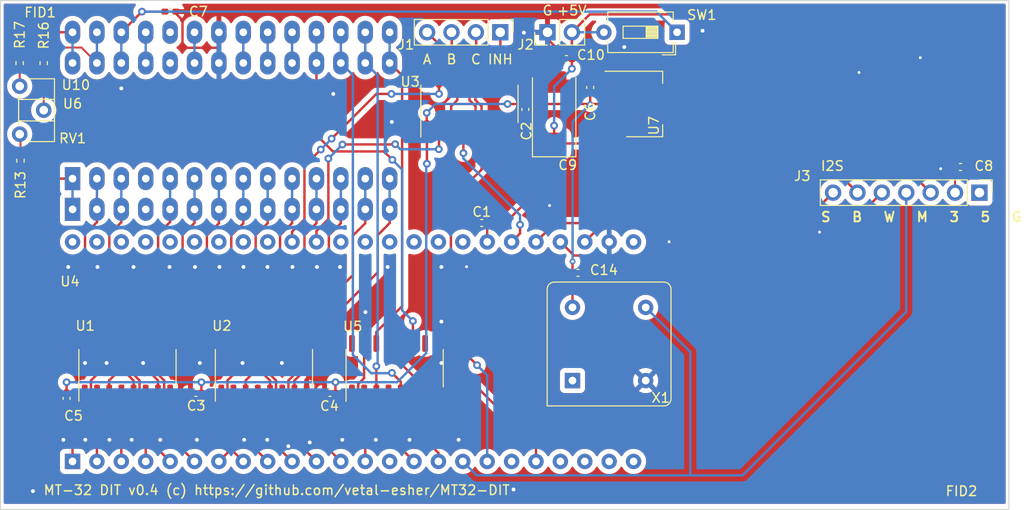
<source format=kicad_pcb>
(kicad_pcb (version 20240108) (generator "pcbnew") (generator_version "8.0")
  (layers (0 "F.Cu" signal) (31 "B.Cu" signal) (34 "B.Paste" user) (35 "F.Paste" user) (36 "B.SilkS" user "B.Silkscreen") (37 "F.SilkS" user "F.Silkscreen") (38 "B.Mask" user) (39 "F.Mask" user) (44 "Edge.Cuts" user))
  (net 0 "")
  (net 1 "GNDREF")
  (net 2 "+5V")
  (net 3 "D1")
  (net 4 "D2")
  (net 5 "D3")
  (net 6 "D4")
  (net 7 "D5")
  (net 8 "D6")
  (net 9 "D7")
  (net 10 "D8")
  (net 11 "D9")
  (net 12 "D10")
  (net 13 "D11")
  (net 14 "D12")
  (net 15 "D13")
  (net 16 "CLK_INH")
  (net 17 "D14")
  (net 18 "D15")
  (net 19 "MCLK")
  (net 20 "SDATA")
  (net 21 "CLK_C")
  (net 22 "CLK_B")
  (net 23 "CLK_A")
  (net 24 "P1")
  (net 25 "P2")
  (net 26 "P3")
  (net 27 "P4")
  (net 28 "P5")
  (net 29 "P6")
  (net 30 "P7")
  (net 31 "P8")
  (net 32 "P9")
  (net 33 "P10")
  (net 34 "P11")
  (net 35 "P12")
  (net 36 "P13")
  (net 37 "P14")
  (net 38 "P15")
  (net 39 "C_A")
  (net 40 "C_B")
  (net 41 "C_C")
  (net 42 "C_INH")
  (net 47 "/PCM1")
  (net 49 "/PCM19")
  (net 53 "DTR")
  (net 54 "D16")
  (net 60 "BCK")
  (net 61 "WCLK")
  (net 71 "TEST_INH")
  (net 72 "TEST_C")
  (net 73 "TEST_B")
  (net 74 "TEST_A")
  (net 75 "TEST_BCK")
  (net 76 "/PCM20")
  (net 77 "/PCM21")
  (net 78 "P16")
  (net 79 "/PCM23")
  (net 84 "/PCM25")
  (net 86 "/PCM27")
  (net 87 "/PCM28")
  (net 90 "+3V3")
  (net 91 "/PCM26")
  (net 92 "GND")
  (net 93 "Net-(R13-Pad2)")
  (net 94 "Net-(R16-Pad1)")
  (net 95 "Net-(R17-Pad1)")
  (footprint "Package_SO:SO-16_3.9x9.9mm_P1.27mm" (layer "F.Cu") (at 173.18 112.54 90)
    (property "Reference" "U2")
    (property "Value" "4050")
  )
  (footprint "Capacitor_SMD:C_0402_1005Metric_Pad0.74x0.62mm_HandSolder" (layer "F.Cu") (at 200.4 85.6 -90)
    (property "Reference" "C2")
    (property "Value" "0.1uF")
  )
  (footprint "Capacitor_SMD:C_0402_1005Metric_Pad0.74x0.62mm_HandSolder" (layer "F.Cu") (at 180.06 115.11 180)
    (property "Reference" "C4")
    (property "Value" "0.1uF")
  )
  (footprint "Capacitor_Tantalum_SMD:CP_EIA-7343-43_Kemet-X_Pad2.25x2.55mm_HandSolder" (layer "F.Cu") (at 203.4 85.94 90)
    (property "Reference" "C9")
    (property "Value" "22uF")
  )
  (footprint "Capacitor_SMD:C_0402_1005Metric_Pad0.74x0.62mm_HandSolder" (layer "F.Cu") (at 207.15 83.3 90)
    (property "Reference" "C6")
    (property "Value" "0.1uF")
  )
  (footprint "Resistor_SMD:R_0402_1005Metric_Pad0.72x0.64mm_HandSolder" (layer "F.Cu") (at 150.25 80.775 90)
    (property "Reference" "R16")
    (property "Value" "1M")
  )
  (footprint "Connector_PinHeader_2.54mm:PinHeader_1x04_P2.54mm_Vertical" (layer "F.Cu") (at 197.79 77.56 -90)
    (property "Reference" "J1")
    (property "Value" "DEMUX_IN")
  )
  (footprint "Button_Switch_THT:SW_DIP_SPSTx01_Slide_6.7x4.1mm_W7.62mm_P2.54mm_LowProfile" (layer "F.Cu") (at 216.2 77.56 180)
    (property "Reference" "SW1")
    (property "Value" "PWR")
  )
  (footprint "Resistor_SMD:R_0402_1005Metric_Pad0.72x0.64mm_HandSolder" (layer "F.Cu") (at 147.74 80.772 90)
    (property "Reference" "R17")
    (property "Value" "330K")
  )
  (footprint "pe65612nl:PCM54" (layer "F.Cu") (at 153.25 96 90)
    (property "Reference" "U6")
    (property "Value" "PCM54HP")
  )
  (footprint "pe65612nl:PCM54" (layer "F.Cu") (at 153.25 92.8 90)
    (property "Reference" "U10")
    (property "Value" "PCM54HP")
  )
  (footprint "Capacitor_SMD:C_0402_1005Metric_Pad0.74x0.62mm_HandSolder" (layer "F.Cu") (at 205.88 102.61 180)
    (property "Reference" "C14")
    (property "Value" "0.1uF")
  )
  (footprint "Capacitor_SMD:C_0402_1005Metric_Pad0.74x0.62mm_HandSolder" (layer "F.Cu") (at 195.86 97.42)
    (property "Reference" "C1")
    (property "Value" "0.1uF")
  )
  (footprint "Package_SO:SO-16_3.9x9.9mm_P1.27mm" (layer "F.Cu") (at 186.79 112.54 90)
    (property "Reference" "U5")
    (property "Value" "4050")
  )
  (footprint "Package_SO:SO-16_3.9x9.9mm_P1.27mm" (layer "F.Cu") (at 194.58 85.02 90)
    (property "Reference" "U3")
    (property "Value" "4050")
  )
  (footprint "Capacitor_SMD:C_0402_1005Metric_Pad0.74x0.62mm_HandSolder" (layer "F.Cu") (at 163.44 75.41)
    (property "Reference" "C7")
    (property "Value" "0.1uF")
  )
  (footprint "Fiducial:Fiducial_0.5mm_Mask1mm" (layer "F.Cu") (at 147.225 75.5)
    (property "Reference" "FID1")
    (property "Value" "Fiducial")
  )
  (footprint "Package_SO:SO-16_3.9x9.9mm_P1.27mm" (layer "F.Cu") (at 158.97 112.54 90)
    (property "Reference" "U1")
    (property "Value" "4050")
  )
  (footprint "Package_TO_SOT_SMD:SOT-223-3_TabPin2" (layer "F.Cu") (at 212.79 85.03)
    (property "Reference" "U7")
    (property "Value" "AP1117-33")
  )
  (footprint "Oscillator:Oscillator_DIP-8" (layer "F.Cu") (at 205.31 113.83)
    (property "Reference" "X1")
    (property "Value" "16.384MHz")
  )
  (footprint "Capacitor_SMD:C_0402_1005Metric_Pad0.74x0.62mm_HandSolder" (layer "F.Cu") (at 166.1 115.11 180)
    (property "Reference" "C3")
    (property "Value" "0.1uF")
  )
  (footprint "tangnano:DIP-48_W15.24mm_Socket" (layer "F.Cu") (at 153.25 122.25 90)
    (property "Reference" "U4")
    (property "Value" "Gowin9K")
  )
  (footprint "Potentiometer_THT:Potentiometer_Piher_PT-6-H_Horizontal" (layer "F.Cu") (at 147.75 83.1725)
    (property "Reference" "RV1")
    (property "Value" "100K")
  )
  (footprint "Connector_PinHeader_2.54mm:PinHeader_1x02_P2.54mm_Vertical" (layer "F.Cu") (at 202.705 77.56 90)
    (property "Reference" "J2")
    (property "Value" "PWR_IN")
  )
  (footprint "Capacitor_SMD:C_0402_1005Metric_Pad0.74x0.62mm_HandSolder" (layer "F.Cu") (at 245.72 91.59 180)
    (property "Reference" "C8")
    (property "Value" "0.1uF")
  )
  (footprint "Resistor_SMD:R_0402_1005Metric_Pad0.72x0.64mm_HandSolder" (layer "F.Cu") (at 147.828 90.932 90)
    (property "Reference" "R13")
    (property "Value" "560K")
  )
  (footprint "Capacitor_SMD:C_0402_1005Metric_Pad0.74x0.62mm_HandSolder" (layer "F.Cu") (at 152.63 115.68 -90)
    (property "Reference" "C5")
    (property "Value" "0.1uF")
  )
  (footprint "Capacitor_SMD:C_0402_1005Metric_Pad0.74x0.62mm_HandSolder" (layer "F.Cu") (at 204.68 80.35 180)
    (property "Reference" "C10")
    (property "Value" "0.1uF")
  )
  (footprint "Connector_PinHeader_2.54mm:PinHeader_1x07_P2.54mm_Vertical" (layer "F.Cu") (at 247.685 94.26 -90)
    (property "Reference" "J3")
    (property "Value" "I2S_CONN")
  )
  (footprint "Fiducial:Fiducial_0.5mm_Mask1mm" (layer "F.Cu") (at 248.66 125.22)
    (property "Reference" "FID2")
    (property "Value" "Fiducial")
  )
  (gr_rect (start 145.75 74.25) (end 250.75 127.25) (stroke (width 0.1)) (fill none) (layer "Edge.Cuts"))
  (gr_text "+5V" (at 205.245 75.3 0) (layer "F.SilkS") (effects (font (size 1 1))))
  (gr_text "C" (at 195.25 80.38 0) (layer "F.SilkS") (effects (font (size 1 1))))
  (gr_text "S   B   W   M   3   5   G" (at 231.08 97.38 0) (layer "F.SilkS") (effects (font (size 1 1) (thickness 0.2) (bold yes)) (justify left bottom)))
  (gr_text "MT-32 DIT v0.4 (c) https://github.com/vetal-esher/MT32-DIT" (at 174.51 125.24 0) (layer "F.SilkS") (effects (font (size 1 1))))
  (gr_text "A" (at 190.17 80.38 0) (layer "F.SilkS") (effects (font (size 1 1))))
  (gr_text "INH" (at 197.79 80.38 0) (layer "F.SilkS") (effects (font (size 1 1))))
  (gr_text "G" (at 202.705 75.3 0) (layer "F.SilkS") (effects (font (size 1 1))))
  (gr_text "I2S" (at 232.37 91.48 0) (layer "F.SilkS") (effects (font (size 1 1))))
  (gr_text "B" (at 192.71 80.38 0) (layer "F.SilkS") (effects (font (size 1 1))))
  (segment (start 164.7 76.3) (end 164.7 78.7) (width 0.25) (layer "F.Cu") (net 1))
  (segment (start 164.0075 75.6075) (end 164.7 76.3) (width 0.25) (layer "F.Cu") (net 1))
  (segment (start 202.705 77.56) (end 202.705 78.255) (width 0.25) (layer "F.Cu") (net 1))
  (segment (start 179.4875 115.115) (end 179.4925 115.11) (width 0.25) (layer "F.Cu") (net 1))
  (segment (start 209.6375 82.7325) (end 209.64 82.73) (width 0.25) (layer "F.Cu") (net 1))
  (segment (start 177.625 115.115) (end 179.4875 115.115) (width 0.25) (layer "F.Cu") (net 1))
  (segment (start 202.705 78.255) (end 204.125 79.675) (width 0.25) (layer "F.Cu") (net 1))
  (segment (start 204.125 80.3375) (end 204.1125 80.35) (width 0.25) (layer "F.Cu") (net 1))
  (segment (start 163.345 115.115) (end 165.5275 115.115) (width 0.25) (layer "F.Cu") (net 1))
  (segment (start 204.1125 80.8125) (end 203.4 81.525) (width 0.25) (layer "F.Cu") (net 1))
  (segment (start 164.0075 75.41) (end 164.0075 75.6075) (width 0.25) (layer "F.Cu") (net 1))
  (segment (start 164.7 78.7) (end 165.175 79.175) (width 0.25) (layer "F.Cu") (net 1))
  (segment (start 203.4 82.74) (end 207.1425 82.74) (width 0.25) (layer "F.Cu") (net 1))
  (segment (start 203.4 81.525) (end 203.4 82.74) (width 0.25) (layer "F.Cu") (net 1))
  (segment (start 204.125 79.675) (end 204.125 80.3375) (width 0.25) (layer "F.Cu") (net 1))
  (segment (start 165.175 79.175) (end 168.375 79.175) (width 0.25) (layer "F.Cu") (net 1))
  (segment (start 207.15 82.7325) (end 209.6375 82.7325) (width 0.25) (layer "F.Cu") (net 1))
  (segment (start 165.5275 115.115) (end 165.5325 115.11) (width 0.25) (layer "F.Cu") (net 1))
  (segment (start 204.1125 80.35) (end 204.1125 80.8125) (width 0.25) (layer "F.Cu") (net 1))
  (segment (start 168.49 79.06) (end 168.49 77.56) (width 0.25) (layer "F.Cu") (net 1))
  (segment (start 207.1425 82.74) (end 207.15 82.7325) (width 0.25) (layer "F.Cu") (net 1))
  (segment (start 168.375 79.175) (end 168.49 79.06) (width 0.25) (layer "F.Cu") (net 1))
  (via (at 159.4 120) (size 0.8) (drill 0.4) (layers "F.Cu" "B.Cu") (net 1))
  (via (at 166.2 120) (size 0.8) (drill 0.4) (layers "F.Cu" "B.Cu") (net 1))
  (via (at 218.85 77.4) (size 0.8) (drill 0.4) (layers "F.Cu" "B.Cu") (net 1))
  (via (at 173.52 120) (size 0.8) (drill 0.4) (layers "F.Cu" "B.Cu") (net 1))
  (via (at 158.33 83.4) (size 0.8) (drill 0.4) (layers "F.Cu" "B.Cu") (net 1))
  (via (at 152.8 102) (size 0.8) (drill 0.4) (layers "F.Cu" "B.Cu") (net 1))
  (via (at 178.7 102) (size 0.8) (drill 0.4) (layers "F.Cu" "B.Cu") (net 1))
  (via (at 155.85 102) (size 0.8) (drill 0.4) (layers "F.Cu" "B.Cu") (net 1))
  (via (at 180.4 83.98) (size 0.8) (drill 0.4) (layers "F.Cu" "B.Cu") (net 1))
  (via (at 193.45 120) (size 0.8) (drill 0.4) (layers "F.Cu" "B.Cu") (net 1))
  (via (at 215.37 99.375) (size 0.6) (drill 0.3) (layers "F.Cu" "B.Cu") (net 1))
  (via (at 168.55 102) (size 0.8) (drill 0.4) (layers "F.Cu" "B.Cu") (net 1))
  (via (at 181.1 102) (size 0.8) (drill 0.4) (layers "F.Cu" "B.Cu") (net 1))
  (via (at 188.34 120) (size 0.8) (drill 0.4) (layers "F.Cu" "B.Cu") (net 1))
  (via (at 175.05 112) (size 0.8) (drill 0.4) (layers "F.Cu" "B.Cu") (net 1))
  (via (at 191.66 102) (size 0.8) (drill 0.4) (layers "F.Cu" "B.Cu") (net 1))
  (via (at 241.53 80.21) (size 0.6) (drill 0.3) (layers "F.Cu" "B.Cu") (net 1))
  (via (at 152.3 120) (size 0.8) (drill 0.4) (layers "F.Cu" "B.Cu") (net 1))
  (via (at 156.8 112) (size 0.8) (drill 0.4) (layers "F.Cu" "B.Cu") (net 1))
  (via (at 231.04 98.37) (size 0.6) (drill 0.3) (layers "F.Cu" "B.Cu") (net 1))
  (via (at 154.55 112) (size 0.8) (drill 0.4) (layers "F.Cu" "B.Cu") (net 1))
  (via (at 191.66 107.69) (size 0.8) (drill 0.4) (layers "F.Cu" "B.Cu") (net 1))
  (via (at 176.15 102) (size 0.8) (drill 0.4) (layers "F.Cu" "B.Cu") (net 1))
  (via (at 210.7 79.1) (size 0.8) (drill 0.4) (layers "F.Cu" "B.Cu") (net 1))
  (via (at 186.5 86.9) (size 0.8) (drill 0.4) (layers "F.Cu" "B.Cu") (net 1))
  (via (at 162.38 120) (size 0.8) (drill 0.4) (layers "F.Cu" "B.Cu") (net 1))
  (via (at 194.28 101.97) (size 0.6) (drill 0.3) (layers "F.Cu" "B.Cu") (net 1))
  (via (at 199.17 125.17) (size 0.8) (drill 0.4) (layers "F.Cu" "B.Cu") (net 1))
  (via (at 160.6 112) (size 0.8) (drill 0.4) (layers "F.Cu" "B.Cu") (net 1))
  (via (at 181.34 120) (size 0.8) (drill 0.4) (layers "F.Cu" "B.Cu") (net 1))
  (via (at 202.92 95.6) (size 0.6) (drill 0.3) (layers "F.Cu" "B.Cu") (net 1))
  (via (at 159.6 102) (size 0.8) (drill 0.4) (layers "F.Cu" "B.Cu") (net 1))
  (via (at 157.09 120) (size 0.8) (drill 0.4) (layers "F.Cu" "B.Cu") (net 1))
  (via (at 154.58 120) (size 0.8) (drill 0.4) (layers "F.Cu" "B.Cu") (net 1))
  (via (at 235.15 81.75) (size 0.6) (drill 0.3) (layers "F.Cu" "B.Cu") (net 1))
  (via (at 191.66 112) (size 0.8) (drill 0.4) (layers "F.Cu" "B.Cu") (net 1))
  (via (at 173.55 102) (size 0.8) (drill 0.4) (layers "F.Cu" "B.Cu") (net 1))
  (via (at 166 102) (size 0.8) (drill 0.4) (layers "F.Cu" "B.Cu") (net 1))
  (via (at 170.95 112) (size 0.8) (drill 0.4) (layers "F.Cu" "B.Cu") (net 1))
  (via (at 166.5 112) (size 0.8) (drill 0.4) (layers "F.Cu" "B.Cu") (net 1))
  (via (at 171.05 102) (size 0.8) (drill 0.4) (layers "F.Cu" "B.Cu") (net 1))
  (via (at 177.95 120.27) (size 0.8) (drill 0.4) (layers "F.Cu" "B.Cu") (net 1))
  (via (at 163.35 102) (size 0.8) (drill 0.4) (layers "F.Cu" "B.Cu") (net 1))
  (via (at 175.72 120.66) (size 0.8) (drill 0.4) (layers "F.Cu" "B.Cu") (net 1))
  (via (at 186.06 102) (size 0.8) (drill 0.4) (layers "F.Cu" "B.Cu") (net 1))
  (via (at 183.75 106.7) (size 0.8) (drill 0.4) (layers "F.Cu" "B.Cu") (net 1))
  (via (at 171.12 120) (size 0.8) (drill 0.4) (layers "F.Cu" "B.Cu") (net 1))
  (via (at 243.65 91.77) (size 0.6) (drill 0.3) (layers "F.Cu" "B.Cu") (net 1))
  (via (at 200.25 77.6) (size 0.8) (drill 0.4) (layers "F.Cu" "B.Cu") (net 1))
  (via (at 184.83 120) (size 0.8) (drill 0.4) (layers "F.Cu" "B.Cu") (net 1))
  (via (at 149.13 125.34) (size 0.8) (drill 0.4) (layers "F.Cu" "B.Cu") (net 1))
  (segment (start 168.49 77.56) (end 168.49 80.76) (width 0.25) (layer "B.Cu") (net 1))
  (segment (start 206.369511 76.435489) (end 206.369511 76.430489) (width 0.25) (layer "F.Cu") (net 2))
  (segment (start 207.895 87.33) (end 209.64 87.33) (width 0.25) (layer "F.Cu") (net 2))
  (segment (start 205.2475 81.3575) (end 205.25 81.36) (width 0.25) (layer "F.Cu") (net 2))
  (segment (start 198.3 97.42) (end 203.4 92.32) (width 0.25) (layer "F.Cu") (net 2))
  (segment (start 238.48 75.7) (end 245.1525 82.3725) (width 0.25) (layer "F.Cu") (net 2))
  (segment (start 245.1525 91.59) (end 245.145 91.5975) (width 0.2) (layer "F.Cu") (net 2))
  (segment (start 206.085 89.14) (end 207.895 87.33) (width 0.25) (layer "F.Cu") (net 2))
  (segment (start 207.1 75.7) (end 238.48 75.7) (width 0.25) (layer "F.Cu") (net 2))
  (segment (start 245.145 91.5975) (end 245.145 94.26) (width 0.2) (layer "F.Cu") (net 2))
  (segment (start 196.4275 97.42) (end 196.4275 99.3875) (width 0.25) (layer "F.Cu") (net 2))
  (segment (start 206.369511 76.430489) (end 207.1 75.7) (width 0.25) (layer "F.Cu") (net 2))
  (segment (start 205.245 77.56) (end 205.245 80.3475) (width 0.25) (layer "F.Cu") (net 2))
  (segment (start 196.4275 99.3875) (end 196.43 99.39) (width 0.25) (layer "F.Cu") (net 2))
  (segment (start 205.2475 80.35) (end 205.2475 81.3575) (width 0.25) (layer "F.Cu") (net 2))
  (segment (start 245.1525 82.3725) (end 245.1525 91.59) (width 0.25) (layer "F.Cu") (net 2))
  (segment (start 205.245 80.3475) (end 205.2475 80.35) (width 0.25) (layer "F.Cu") (net 2))
  (segment (start 203.4 87.28) (end 203.4 89.14) (width 0.25) (layer "F.Cu") (net 2))
  (segment (start 196.4275 97.42) (end 198.3 97.42) (width 0.25) (layer "F.Cu") (net 2))
  (segment (start 203.4 92.32) (end 203.4 89.14) (width 0.25) (layer "F.Cu") (net 2))
  (segment (start 205.245 77.56) (end 206.369511 76.435489) (width 0.25) (layer "F.Cu") (net 2))
  (segment (start 203.4 89.14) (end 206.085 89.14) (width 0.25) (layer "F.Cu") (net 2))
  (via (at 205.25 81.36) (size 0.8) (drill 0.4) (layers "F.Cu" "B.Cu") (net 2))
  (via (at 203.4 87.28) (size 0.8) (drill 0.4) (layers "F.Cu" "B.Cu") (net 2))
  (segment (start 203.4 83.21) (end 203.4 87.28) (width 0.25) (layer "B.Cu") (net 2))
  (segment (start 205.25 81.36) (end 203.4 83.21) (width 0.25) (layer "B.Cu") (net 2))
  (segment (start 205.245 77.56) (end 208.58 77.56) (width 0.25) (layer "B.Cu") (net 2))
  (segment (start 155.17 113.82) (end 155.17 117.31) (width 0.25) (layer "F.Cu") (net 3))
  (segment (start 153.25 119.23) (end 153.25 122.25) (width 0.25) (layer "F.Cu") (net 3))
  (segment (start 155.795 113.195) (end 155.17 113.82) (width 0.25) (layer "F.Cu") (net 3))
  (segment (start 155.17 117.31) (end 153.25 119.23) (width 0.25) (layer "F.Cu") (net 3))
  (segment (start 155.795 109.965) (end 155.795 113.195) (width 0.25) (layer "F.Cu") (net 3))
  (segment (start 155.795 115.115) (end 155.79 115.12) (width 0.25) (layer "F.Cu") (net 4))
  (segment (start 155.79 115.12) (end 155.79 122.25) (width 0.25) (layer "F.Cu") (net 4))
  (segment (start 158.33 115.12) (end 158.33 122.25) (width 0.25) (layer "F.Cu") (net 5))
  (segment (start 158.335 115.115) (end 158.33 115.12) (width 0.25) (layer "F.Cu") (net 5))
  (segment (start 159.61 109.97) (end 159.61 113.2) (width 0.25) (layer "F.Cu") (net 6))
  (segment (start 160.23 113.82) (end 160.23 119.72) (width 0.25) (layer "F.Cu") (net 6))
  (segment (start 160.87 120.36) (end 160.87 122.25) (width 0.25) (layer "F.Cu") (net 6))
  (segment (start 159.605 109.965) (end 159.61 109.97) (width 0.25) (layer "F.Cu") (net 6))
  (segment (start 159.61 113.2) (end 160.23 113.82) (width 0.25) (layer "F.Cu") (net 6))
  (segment (start 160.23 119.72) (end 160.87 120.36) (width 0.25) (layer "F.Cu") (net 6))
  (segment (start 160.875 119.715) (end 163.41 122.25) (width 0.25) (layer "F.Cu") (net 7))
  (segment (start 160.875 115.115) (end 160.875 119.715) (width 0.25) (layer "F.Cu") (net 7))
  (segment (start 162.145 109.965) (end 162.145 113.175) (width 0.25) (layer "F.Cu") (net 8))
  (segment (start 162.145 113.175) (end 162.79 113.82) (width 0.25) (layer "F.Cu") (net 8))
  (segment (start 162.79 119.09) (end 165.95 122.25) (width 0.25) (layer "F.Cu") (net 8))
  (segment (start 162.79 113.82) (end 162.79 119.09) (width 0.25) (layer "F.Cu") (net 8))
  (segment (start 170.005 109.965) (end 170 109.97) (width 0.25) (layer "F.Cu") (net 9))
  (segment (start 170 113.2) (end 169.38 113.82) (width 0.25) (layer "F.Cu") (net 9))
  (segment (start 169.38 113.82) (end 169.38 121.36) (width 0.25) (layer "F.Cu") (net 9))
  (segment (start 169.38 121.36) (end 168.49 122.25) (width 0.25) (layer "F.Cu") (net 9))
  (segment (start 170 109.97) (end 170 113.2) (width 0.25) (layer "F.Cu") (net 9))
  (segment (start 170.005 115.115) (end 170.005 121.225) (width 0.25) (layer "F.Cu") (net 10))
  (segment (start 170.005 121.225) (end 171.03 122.25) (width 0.25) (layer "F.Cu") (net 10))
  (segment (start 172.545 121.225) (end 173.57 122.25) (width 0.25) (layer "F.Cu") (net 11))
  (segment (start 172.545 115.115) (end 172.545 121.225) (width 0.25) (layer "F.Cu") (net 11))
  (segment (start 173.84 109.99) (end 173.84 113.22) (width 0.25) (layer "F.Cu") (net 12))
  (segment (start 174.44 120.58) (end 176.11 122.25) (width 0.25) (layer "F.Cu") (net 12))
  (segment (start 174.44 113.82) (end 174.44 120.58) (width 0.25) (layer "F.Cu") (net 12))
  (segment (start 173.815 109.965) (end 173.84 109.99) (width 0.25) (layer "F.Cu") (net 12))
  (segment (start 173.84 113.22) (end 174.44 113.82) (width 0.25) (layer "F.Cu") (net 12))
  (segment (start 175.085 118.685) (end 178.65 122.25) (width 0.25) (layer "F.Cu") (net 13))
  (segment (start 175.085 115.115) (end 175.085 118.685) (width 0.25) (layer "F.Cu") (net 13))
  (segment (start 175.73 113.82) (end 175.73 116.79) (width 0.25) (layer "F.Cu") (net 14))
  (segment (start 176.35 109.97) (end 176.35 113.2) (width 0.25) (layer "F.Cu") (net 14))
  (segment (start 176.355 109.965) (end 176.35 109.97) (width 0.25) (layer "F.Cu") (net 14))
  (segment (start 176.35 113.2) (end 175.73 113.82) (width 0.25) (layer "F.Cu") (net 14))
  (segment (start 175.73 116.79) (end 181.19 122.25) (width 0.25) (layer "F.Cu") (net 14))
  (segment (start 183.61 109.97) (end 183.615 109.965) (width 0.25) (layer "F.Cu") (net 15))
  (segment (start 183.61 113.573249) (end 183.61 109.97) (width 0.25) (layer "F.Cu") (net 15))
  (segment (start 182.99 117.08) (end 182.99 114.193249) (width 0.25) (layer "F.Cu") (net 15))
  (segment (start 182.99 114.193249) (end 183.61 113.573249) (width 0.25) (layer "F.Cu") (net 15))
  (segment (start 183.73 122.25) (end 183.73 117.82) (width 0.25) (layer "F.Cu") (net 15))
  (segment (start 183.73 117.82) (end 182.99 117.08) (width 0.25) (layer "F.Cu") (net 15))
  (segment (start 192.65 95.05) (end 195.84 91.86) (width 0.25) (layer "F.Cu") (net 16))
  (segment (start 195.2 82.46) (end 195.215 82.445) (width 0.25) (layer "F.Cu") (net 16))
  (segment (start 195.2 84.613604) (end 195.2 82.46) (width 0.25) (layer "F.Cu") (net 16))
  (segment (start 195.84 85.253604) (end 195.2 84.613604) (width 0.25) (layer "F.Cu") (net 16))
  (segment (start 195.84 91.86) (end 195.84 85.253604) (width 0.25) (layer "F.Cu") (net 16))
  (segment (start 195.375 112.225) (end 192.65 109.5) (width 0.25) (layer "F.Cu") (net 16))
  (segment (start 192.65 109.5) (end 192.65 95.05) (width 0.25) (layer "F.Cu") (net 16))
  (via (at 195.375 112.225) (size 0.8) (drill 0.4) (layers "F.Cu" "B.Cu") (net 16))
  (segment (start 195.375 112.225) (end 196.43 113.28) (width 0.25) (layer "B.Cu") (net 16))
  (segment (start 196.43 113.28) (end 196.43 122.25) (width 0.25) (layer "B.Cu") (net 16))
  (segment (start 188.81 122.25) (end 183.615 117.055) (width 0.25) (layer "F.Cu") (net 17))
  (segment (start 183.615 117.055) (end 183.615 115.115) (width 0.25) (layer "F.Cu") (net 17))
  (segment (start 191.35 121.36) (end 186.155 116.165) (width 0.25) (layer "F.Cu") (net 18))
  (segment (start 186.155 116.165) (end 186.155 115.115) (width 0.25) (layer "F.Cu") (net 18))
  (segment (start 191.35 122.25) (end 191.35 121.36) (width 0.25) (layer "F.Cu") (net 18))
  (segment (start 195.34 123.7) (end 217.58 123.7) (width 0.25) (layer "B.Cu") (net 19))
  (segment (start 193.89 122.25) (end 195.34 123.7) (width 0.25) (layer "B.Cu") (net 19))
  (segment (start 240.065 106.665) (end 240.065 94.26) (width 0.25) (layer "B.Cu") (net 19))
  (segment (start 212.93 106.21) (end 217.58 110.86) (width 0.25) (layer "B.Cu") (net 19))
  (segment (start 217.58 123.7) (end 223.03 123.7) (width 0.25) (layer "B.Cu") (net 19))
  (segment (start 217.58 110.86) (end 217.58 123.7) (width 0.25) (layer "B.Cu") (net 19))
  (segment (start 223.03 123.7) (end 240.065 106.665) (width 0.25) (layer "B.Cu") (net 19))
  (segment (start 228.755 97.95) (end 232.445 94.26) (width 0.25) (layer "F.Cu") (net 20))
  (segment (start 208.03 97.95) (end 206.59 99.39) (width 0.25) (layer "F.Cu") (net 20))
  (segment (start 208.03 97.95) (end 228.755 97.95) (width 0.25) (layer "F.Cu") (net 20))
  (segment (start 193.95 87.6) (end 193.945 87.595) (width 0.25) (layer "F.Cu") (net 21))
  (segment (start 193.95 90.15) (end 193.95 87.6) (width 0.25) (layer "F.Cu") (net 21))
  (segment (start 199.85 98.51) (end 198.97 99.39) (width 0.25) (layer "F.Cu") (net 21))
  (segment (start 199.85 97.6) (end 199.85 98.51) (width 0.25) (layer "F.Cu") (net 21))
  (via (at 199.85 97.6) (size 0.8) (drill 0.4) (layers "F.Cu" "B.Cu") (net 21))
  (via (at 193.95 90.15) (size 0.8) (drill 0.4) (layers "F.Cu" "B.Cu") (net 21))
  (segment (start 199.85 96.6) (end 193.95 90.7) (width 0.25) (layer "B.Cu") (net 21))
  (segment (start 199.85 97.6) (end 199.85 96.6) (width 0.25) (layer "B.Cu") (net 21))
  (segment (start 193.95 90.7) (end 193.95 90.15) (width 0.25) (layer "B.Cu") (net 21))
  (segment (start 191.41 89.72) (end 191.41 87.6) (width 0.25) (layer "F.Cu") (net 22))
  (segment (start 178.65 98.25863) (end 179.89 97.01863) (width 0.25) (layer "F.Cu") (net 22))
  (segment (start 186.8455 89.21) (end 186.8155 89.24) (width 0.25) (layer "F.Cu") (net 22))
  (segment (start 181.36 89.24) (end 181.355 89.245) (width 0.25) (layer "F.Cu") (net 22))
  (segment (start 186.8155 89.24) (end 181.36 89.24) (width 0.25) (layer "F.Cu") (net 22))
  (segment (start 178.65 99.39) (end 178.65 98.25863) (width 0.25) (layer "F.Cu") (net 22))
  (segment (start 191.39 89.74) (end 191.41 89.72) (width 0.25) (layer "F.Cu") (net 22))
  (segment (start 179.89 97.01863) (end 179.89 90.71) (width 0.25) (layer "F.Cu") (net 22))
  (segment (start 191.41 87.6) (end 191.405 87.595) (width 0.25) (layer "F.Cu") (net 22))
  (via (at 186.8455 89.21) (size 0.8) (drill 0.4) (layers "F.Cu" "B.Cu") (net 22))
  (via (at 179.89 90.71) (size 0.8) (drill 0.4) (layers "F.Cu" "B.Cu") (net 22))
  (via (at 191.39 89.74) (size 0.8) (drill 0.4) (layers "F.Cu" "B.Cu") (net 22))
  (via (at 181.355 89.245) (size 0.8) (drill 0.4) (layers "F.Cu" "B.Cu") (net 22))
  (segment (start 187.3755 89.74) (end 186.8455 89.21) (width 0.25) (layer "B.Cu") (net 22))
  (segment (start 179.89 90.71) (end 181.355 89.245) (width 0.25) (layer "B.Cu") (net 22))
  (segment (start 191.39 89.74) (end 187.3755 89.74) (width 0.25) (layer "B.Cu") (net 22))
  (segment (start 184.89 83.98) (end 186.46 83.98) (width 0.25) (layer "F.Cu") (net 23))
  (segment (start 176.11 98.33) (end 176.11 99.39) (width 0.25) (layer "F.Cu") (net 23))
  (segment (start 191.41 82.45) (end 191.405 82.445) (width 0.25) (layer "F.Cu") (net 23))
  (segment (start 177.4 91.47) (end 177.4 97.04) (width 0.25) (layer "F.Cu") (net 23))
  (segment (start 177.4 97.04) (end 176.11 98.33) (width 0.25) (layer "F.Cu") (net 23))
  (segment (start 191.41 83.98) (end 191.41 82.45) (width 0.25) (layer "F.Cu") (net 23))
  (segment (start 179.1 89.77) (end 177.4 91.47) (width 0.25) (layer "F.Cu") (net 23))
  (segment (start 180.23 88.64) (end 184.89 83.98) (width 0.25) (layer "F.Cu") (net 23))
  (via (at 180.23 88.64) (size 0.8) (drill 0.4) (layers "F.Cu" "B.Cu") (net 23))
  (via (at 186.46 83.98) (size 0.8) (drill 0.4) (layers "F.Cu" "B.Cu") (net 23))
  (via (at 191.41 83.98) (size 0.8) (drill 0.4) (layers "F.Cu" "B.Cu") (net 23))
  (via (at 179.1 89.77) (size 0.8) (drill 0.4) (layers "F.Cu" "B.Cu") (net 23))
  (segment (start 180.23 88.64) (end 179.1 89.77) (width 0.25) (layer "B.Cu") (net 23))
  (segment (start 186.46 83.98) (end 191.41 83.98) (width 0.25) (layer "B.Cu") (net 23))
  (segment (start 155.79 96) (end 155.79 97.34) (width 0.25) (layer "F.Cu") (net 24))
  (segment (start 154.55 105.64) (end 157.065 108.155) (width 0.25) (layer "F.Cu") (net 24))
  (segment (start 157.065 108.155) (end 157.065 109.965) (width 0.25) (layer "F.Cu") (net 24))
  (segment (start 154.55 98.58) (end 154.55 105.64) (width 0.25) (layer "F.Cu") (net 24))
  (segment (start 155.79 97.34) (end 154.55 98.58) (width 0.25) (layer "F.Cu") (net 24))
  (segment (start 155.79 92.8) (end 155.79 96) (width 0.25) (layer "B.Cu") (net 24))
  (segment (start 157.065 113.815) (end 157.065 115.115) (width 0.25) (layer "F.Cu") (net 25))
  (segment (start 157.08 107.533604) (end 157.69 108.143604) (width 0.25) (layer "F.Cu") (net 25))
  (segment (start 157.08 98.59) (end 157.08 107.533604) (width 0.25) (layer "F.Cu") (net 25))
  (segment (start 158.33 96) (end 158.33 97.34) (width 0.25) (layer "F.Cu") (net 25))
  (segment (start 157.69 108.143604) (end 157.69 113.19) (width 0.25) (layer "F.Cu") (net 25))
  (segment (start 157.69 113.19) (end 157.065 113.815) (width 0.25) (layer "F.Cu") (net 25))
  (segment (start 158.33 97.34) (end 157.08 98.59) (width 0.25) (layer "F.Cu") (net 25))
  (segment (start 158.33 92.8) (end 158.33 96) (width 0.25) (layer "B.Cu") (net 25))
  (segment (start 158.96 113.186396) (end 159.605 113.831396) (width 0.25) (layer "F.Cu") (net 26))
  (segment (start 162.16 98.56) (end 162.16 105.863249) (width 0.25) (layer "F.Cu") (net 26))
  (segment (start 162.16 105.863249) (end 158.96 109.063249) (width 0.25) (layer "F.Cu") (net 26))
  (segment (start 163.41 96) (end 163.41 97.31) (width 0.25) (layer "F.Cu") (net 26))
  (segment (start 163.41 97.31) (end 162.16 98.56) (width 0.25) (layer "F.Cu") (net 26))
  (segment (start 159.605 113.831396) (end 159.605 115.115) (width 0.25) (layer "F.Cu") (net 26))
  (segment (start 158.96 109.063249) (end 158.96 113.186396) (width 0.25) (layer "F.Cu") (net 26))
  (segment (start 163.41 92.8) (end 163.41 96) (width 0.25) (layer "B.Cu") (net 26))
  (segment (start 164.71 98.65) (end 164.71 105.13) (width 0.25) (layer "F.Cu") (net 27))
  (segment (start 164.71 105.13) (end 160.875 108.965) (width 0.25) (layer "F.Cu") (net 27))
  (segment (start 165.95 96) (end 165.95 97.41) (width 0.25) (layer "F.Cu") (net 27))
  (segment (start 165.95 97.41) (end 164.71 98.65) (width 0.25) (layer "F.Cu") (net 27))
  (segment (start 160.875 108.965) (end 160.875 109.965) (width 0.25) (layer "F.Cu") (net 27))
  (segment (start 165.95 92.8) (end 165.95 96) (width 0.25) (layer "B.Cu") (net 27))
  (segment (start 162.145 113.815) (end 162.145 115.115) (width 0.25) (layer "F.Cu") (net 28))
  (segment (start 167.24 103.32) (end 161.5 109.06) (width 0.25) (layer "F.Cu") (net 28))
  (segment (start 168.49 97.45) (end 167.24 98.7) (width 0.25) (layer "F.Cu") (net 28))
  (segment (start 161.5 113.17) (end 162.145 113.815) (width 0.25) (layer "F.Cu") (net 28))
  (segment (start 168.49 96) (end 168.49 97.45) (width 0.25) (layer "F.Cu") (net 28))
  (segment (start 167.24 98.7) (end 167.24 103.32) (width 0.25) (layer "F.Cu") (net 28))
  (segment (start 161.5 109.06) (end 161.5 113.17) (width 0.25) (layer "F.Cu") (net 28))
  (segment (start 168.49 92.8) (end 168.49 96) (width 0.25) (layer "B.Cu") (net 28))
  (segment (start 171.03 96) (end 171.03 97.46) (width 0.25) (layer "F.Cu") (net 29))
  (segment (start 171.03 97.46) (end 169.78 98.71) (width 0.25) (layer "F.Cu") (net 29))
  (segment (start 169.78 98.71) (end 169.78 103.6) (width 0.25) (layer "F.Cu") (net 29))
  (segment (start 169.78 103.6) (end 163.415 109.965) (width 0.25) (layer "F.Cu") (net 29))
  (segment (start 171.03 92.8) (end 171.03 96) (width 0.25) (layer "B.Cu") (net 29))
  (segment (start 172.32 98.69) (end 172.32 107.4) (width 0.25) (layer "F.Cu") (net 30))
  (segment (start 173.57 96) (end 173.57 97.44) (width 0.25) (layer "F.Cu") (net 30))
  (segment (start 173.57 97.44) (end 172.32 98.69) (width 0.25) (layer "F.Cu") (net 30))
  (segment (start 172.32 107.4) (end 171.275 108.445) (width 0.25) (layer "F.Cu") (net 30))
  (segment (start 171.275 108.445) (end 171.275 109.965) (width 0.25) (layer "F.Cu") (net 30))
  (segment (start 173.57 92.8) (end 173.57 96) (width 0.25) (layer "B.Cu") (net 30))
  (segment (start 174.86 105.496396) (end 171.9 108.456396) (width 0.25) (layer "F.Cu") (net 31))
  (segment (start 171.275 113.815) (end 171.275 115.115) (width 0.25) (layer "F.Cu") (net 31))
  (segment (start 176.11 97.44) (end 174.86 98.69) (width 0.25) (layer "F.Cu") (net 31))
  (segment (start 171.9 113.19) (end 171.275 113.815) (width 0.25) (layer "F.Cu") (net 31))
  (segment (start 171.9 108.456396) (end 171.9 113.19) (width 0.25) (layer "F.Cu") (net 31))
  (segment (start 176.11 96) (end 176.11 97.44) (width 0.25) (layer "F.Cu") (net 31))
  (segment (start 174.86 98.69) (end 174.86 105.496396) (width 0.25) (layer "F.Cu") (net 31))
  (segment (start 176.11 92.8) (end 176.11 96) (width 0.25) (layer "B.Cu") (net 31))
  (segment (start 173.19 109.03) (end 173.19 113.206396) (width 0.25) (layer "F.Cu") (net 32))
  (segment (start 178.65 96) (end 178.65 97.44) (width 0.25) (layer "F.Cu") (net 32))
  (segment (start 173.815 113.831396) (end 173.815 115.115) (width 0.25) (layer "F.Cu") (net 32))
  (segment (start 173.19 113.206396) (end 173.815 113.831396) (width 0.25) (layer "F.Cu") (net 32))
  (segment (start 177.4 98.69) (end 177.4 104.82) (width 0.25) (layer "F.Cu") (net 32))
  (segment (start 178.65 97.44) (end 177.4 98.69) (width 0.25) (layer "F.Cu") (net 32))
  (segment (start 177.4 104.82) (end 173.19 109.03) (width 0.25) (layer "F.Cu") (net 32))
  (segment (start 178.65 92.8) (end 178.65 96) (width 0.25) (layer "B.Cu") (net 32))
  (segment (start 179.94 104.16) (end 175.085 109.015) (width 0.25) (layer "F.Cu") (net 33))
  (segment (start 181.19 97.44) (end 179.94 98.69) (width 0.25) (layer "F.Cu") (net 33))
  (segment (start 175.085 109.015) (end 175.085 109.965) (width 0.25) (layer "F.Cu") (net 33))
  (segment (start 179.94 98.69) (end 179.94 104.16) (width 0.25) (layer "F.Cu") (net 33))
  (segment (start 181.19 96) (end 181.19 97.44) (width 0.25) (layer "F.Cu") (net 33))
  (segment (start 181.19 92.8) (end 181.19 96) (width 0.25) (layer "B.Cu") (net 33))
  (segment (start 176.355 113.831396) (end 176.355 115.115) (width 0.25) (layer "F.Cu") (net 34))
  (segment (start 183.73 97.45) (end 182.44 98.74) (width 0.25) (layer "F.Cu") (net 34))
  (segment (start 182.44 98.74) (end 182.44 102.85) (width 0.25) (layer "F.Cu") (net 34))
  (segment (start 182.44 102.85) (end 176.98 108.31) (width 0.25) (layer "F.Cu") (net 34))
  (segment (start 176.98 108.31) (end 176.98 113.206396) (width 0.25) (layer "F.Cu") (net 34))
  (segment (start 176.98 113.206396) (end 176.355 113.831396) (width 0.25) (layer "F.Cu") (net 34))
  (segment (start 183.73 96) (end 183.73 97.45) (width 0.25) (layer "F.Cu") (net 34))
  (segment (start 183.73 92.8) (end 183.73 96) (width 0.25) (layer "B.Cu") (net 34))
  (segment (start 186.27 97.44) (end 185.02 98.69) (width 0.25) (layer "F.Cu") (net 35))
  (segment (start 185.02 98.69) (end 185.02 102.57) (width 0.25) (layer "F.Cu") (net 35))
  (segment (start 185.02 102.57) (end 177.625 109.965) (width 0.25) (layer "F.Cu") (net 35))
  (segment (start 186.27 96) (end 186.27 97.44) (width 0.25) (layer "F.Cu") (net 35))
  (segment (start 186.27 92.8) (end 186.27 96) (width 0.25) (layer "B.Cu") (net 35))
  (segment (start 187.57 82.06) (end 187.57 106.08) (width 0.25) (layer "F.Cu") (net 36))
  (segment (start 186.27 80.76) (end 187.57 82.06) (width 0.25) (layer "F.Cu") (net 36))
  (segment (start 184.885 108.765) (end 184.885 109.965) (width 0.25) (layer "F.Cu") (net 36))
  (segment (start 187.57 106.08) (end 184.885 108.765) (width 0.25) (layer "F.Cu") (net 36))
  (segment (start 186.27 77.56) (end 186.27 80.76) (width 0.25) (layer "B.Cu") (net 36))
  (segment (start 184.885 112.335) (end 184.885 115.115) (width 0.25) (layer "F.Cu") (net 37))
  (via (at 184.885 112.335) (size 0.8) (drill 0.4) (layers "F.Cu" "B.Cu") (net 37))
  (segment (start 185.02 82.05) (end 183.73 80.76) (width 0.25) (layer "B.Cu") (net 37))
  (segment (start 183.73 77.56) (end 183.73 80.76) (width 0.25) (layer "B.Cu") (net 37))
  (segment (start 185.02 112.2) (end 185.02 82.05) (width 0.25) (layer "B.Cu") (net 37))
  (segment (start 184.885 112.335) (end 185.02 112.2) (width 0.25) (layer "B.Cu") (net 37))
  (segment (start 186.51 113.03) (end 187.425 113.945) (width 0.25) (layer "F.Cu") (net 38))
  (segment (start 187.425 113.945) (end 187.425 115.115) (width 0.25) (layer "F.Cu") (net 38))
  (via (at 186.51 113.03) (size 0.8) (drill 0.4) (layers "F.Cu" "B.Cu") (net 38))
  (segment (start 181.19 77.56) (end 181.19 80.76) (width 0.25) (layer "B.Cu") (net 38))
  (segment (start 186.48 113.06) (end 184.35 113.06) (width 0.25) (layer "B.Cu") (net 38))
  (segment (start 184.35 113.06) (end 182.44 111.15) (width 0.25) (layer "B.Cu") (net 38))
  (segment (start 182.44 82.01) (end 181.19 80.76) (width 0.25) (layer "B.Cu") (net 38))
  (segment (start 182.44 111.15) (end 182.44 82.01) (width 0.25) (layer "B.Cu") (net 38))
  (segment (start 186.51 113.03) (end 186.48 113.06) (width 0.25) (layer "B.Cu") (net 38))
  (segment (start 190.17 77.56) (end 192.675 80.065) (width 0.25) (layer "F.Cu") (net 39))
  (segment (start 192.675 80.065) (end 192.675 82.445) (width 0.25) (layer "F.Cu") (net 39))
  (segment (start 193.31 79.876802) (end 192.74 79.306802) (width 0.25) (layer "F.Cu") (net 40))
  (segment (start 192.74 79.306802) (end 192.74 77.59) (width 0.25) (layer "F.Cu") (net 40))
  (segment (start 192.74 77.59) (end 192.71 77.56) (width 0.25) (layer "F.Cu") (net 40))
  (segment (start 192.675 85.265) (end 193.31 84.63) (width 0.25) (layer "F.Cu") (net 40))
  (segment (start 193.31 84.63) (end 193.31 79.876802) (width 0.25) (layer "F.Cu") (net 40))
  (segment (start 192.675 87.595) (end 192.675 85.265) (width 0.25) (layer "F.Cu") (net 40))
  (segment (start 195.28 77.59) (end 195.28 79.3) (width 0.25) (layer "F.Cu") (net 41))
  (segment (start 194.59 84.64) (end 195.215 85.265) (width 0.25) (layer "F.Cu") (net 41))
  (segment (start 194.59 79.99) (end 194.59 84.64) (width 0.25) (layer "F.Cu") (net 41))
  (segment (start 195.25 77.56) (end 195.28 77.59) (width 0.25) (layer "F.Cu") (net 41))
  (segment (start 195.28 79.3) (end 194.59 79.99) (width 0.25) (layer "F.Cu") (net 41))
  (segment (start 195.215 85.265) (end 195.215 87.595) (width 0.25) (layer "F.Cu") (net 41))
  (segment (start 197.79 77.56) (end 197.8 77.57) (width 0.25) (layer "F.Cu") (net 42))
  (segment (start 196.485 80.635) (end 196.485 82.445) (width 0.25) (layer "F.Cu") (net 42))
  (segment (start 197.8 79.32) (end 196.485 80.635) (width 0.25) (layer "F.Cu") (net 42))
  (segment (start 197.8 77.57) (end 197.8 79.32) (width 0.25) (layer "F.Cu") (net 42))
  (segment (start 153.25 92.8) (end 151.41 92.8) (width 0.25) (layer "F.Cu") (net 47))
  (segment (start 151.41 92.8) (end 150.1395 91.5295) (width 0.25) (layer "F.Cu") (net 47))
  (segment (start 150.1395 91.5295) (end 147.828 91.5295) (width 0.25) (layer "F.Cu") (net 47))
  (segment (start 153.25 92.8) (end 153.25 96) (width 0.25) (layer "B.Cu") (net 47))
  (segment (start 176.11 77.56) (end 176.11 80.76) (width 0.25) (layer "B.Cu") (net 49))
  (segment (start 188.86 113.49) (end 194.35 113.49) (width 0.25) (layer "F.Cu") (net 54))
  (segment (start 194.35 113.49) (end 201.51 120.65) (width 0.25) (layer "F.Cu") (net 54))
  (segment (start 201.51 120.65) (end 201.51 122.25) (width 0.25) (layer "F.Cu") (net 54))
  (segment (start 187.425 109.965) (end 187.425 112.055) (width 0.25) (layer "F.Cu") (net 54))
  (segment (start 187.425 112.055) (end 188.86 113.49) (width 0.25) (layer "F.Cu") (net 54))
  (segment (start 203.47 97.43) (end 226.53 97.43) (width 0.25) (layer "F.Cu") (net 60))
  (segment (start 231.22 92.74) (end 233.465 92.74) (width 0.25) (layer "F.Cu") (net 60))
  (segment (start 226.53 97.43) (end 231.22 92.74) (width 0.25) (layer "F.Cu") (net 60))
  (segment (start 233.465 92.74) (end 234.985 94.26) (width 0.25) (layer "F.Cu") (net 60))
  (segment (start 201.51 99.39) (end 203.47 97.43) (width 0.25) (layer "F.Cu") (net 60))
  (segment (start 205.47 100.81) (end 230.975 100.81) (width 0.25) (layer "F.Cu") (net 61))
  (segment (start 204.05 99.39) (end 205.47 100.81) (width 0.25) (layer "F.Cu") (net 61))
  (segment (start 230.975 100.81) (end 237.525 94.26) (width 0.25) (layer "F.Cu") (net 61))
  (segment (start 173.57 77.56) (end 173.57 80.76) (width 0.25) (layer "B.Cu") (net 76))
  (segment (start 171.03 77.56) (end 171.03 80.76) (width 0.25) (layer "B.Cu") (net 77))
  (segment (start 188.69 107.63) (end 188.69 109.96) (width 0.25) (layer "F.Cu") (net 78))
  (segment (start 186.55 90.84) (end 185.68 89.97) (width 0.25) (layer "F.Cu") (net 78))
  (segment (start 180.36 89.97) (end 178.65 88.26) (width 0.25) (layer "F.Cu") (net 78))
  (segment (start 178.65 88.26) (end 178.65 80.76) (width 0.25) (layer "F.Cu") (net 78))
  (segment (start 185.68 89.97) (end 180.36 89.97) (width 0.25) (layer "F.Cu") (net 78))
  (segment (start 188.69 109.96) (end 188.695 109.965) (width 0.25) (layer "F.Cu") (net 78))
  (via (at 186.55 90.84) (size 0.8) (drill 0.4) (layers "F.Cu" "B.Cu") (net 78))
  (via (at 188.69 107.63) (size 0.8) (drill 0.4) (layers "F.Cu" "B.Cu") (net 78))
  (segment (start 178.65 77.56) (end 178.65 80.76) (width 0.25) (layer "B.Cu") (net 78))
  (segment (start 186.55 90.84) (end 187.57 91.86) (width 0.25) (layer "B.Cu") (net 78))
  (segment (start 187.57 106.51) (end 188.69 107.63) (width 0.25) (layer "B.Cu") (net 78))
  (segment (start 187.57 91.86) (end 187.57 106.51) (width 0.25) (layer "B.Cu") (net 78))
  (segment (start 165.95 77.56) (end 165.95 80.76) (width 0.25) (layer "B.Cu") (net 79))
  (segment (start 160.87 77.56) (end 160.87 80.76) (width 0.25) (layer "B.Cu") (net 84))
  (segment (start 150.25 80.1775) (end 151.0475 80.1775) (width 0.2) (layer "F.Cu") (net 86))
  (segment (start 151.0475 80.1775) (end 152.075 79.15) (width 0.2) (layer "F.Cu") (net 86))
  (segment (start 154.18 79.15) (end 155.79 80.76) (width 0.2) (layer "F.Cu") (net 86))
  (segment (start 152.075 79.15) (end 154.18 79.15) (width 0.2) (layer "F.Cu") (net 86))
  (segment (start 155.79 77.56) (end 155.79 80.76) (width 0.25) (layer "B.Cu") (net 86))
  (segment (start 153.25 77.56) (end 151.294 77.56) (width 0.25) (layer "F.Cu") (net 87))
  (segment (start 151.294 77.56) (end 148.6795 80.1745) (width 0.25) (layer "F.Cu") (net 87))
  (segment (start 148.6795 80.1745) (end 147.74 80.1745) (width 0.25) (layer "F.Cu") (net 87))
  (segment (start 153.25 77.56) (end 153.25 80.76) (width 0.25) (layer "B.Cu") (net 87))
  (segment (start 207.2 85.03) (end 207.17 85.03) (width 0.25) (layer "F.Cu") (net 90))
  (segment (start 207.2 85.03) (end 209.64 85.03) (width 0.25) (layer "F.Cu") (net 90))
  (segment (start 180.63 114) (end 180.63 115.1075) (width 0.25) (layer "F.Cu") (net 90))
  (segment (start 198.5525 85.0325) (end 198.55 85.03) (width 0.25) (layer "F.Cu") (net 90))
  (segment (start 200.4 85.0325) (end 198.5525 85.0325) (width 0.25) (layer "F.Cu") (net 90))
  (segment (start 152.63 115.1125) (end 152.63 114) (width 0.25) (layer "F.Cu") (net 90))
  (segment (start 207.13 85.03) (end 207.09 85.03) (width 0.25) (layer "F.Cu") (net 90))
  (segment (start 233.375 85.03) (end 242.605 94.26) (width 0.25) (layer "F.Cu") (net 90))
  (segment (start 207.15 83.8675) (end 207.15 84.97) (width 0.25) (layer "F.Cu") (net 90))
  (segment (start 207.15 84.97) (end 207.09 85.03) (width 0.25) (layer "F.Cu") (net 90))
  (segment (start 190.13 85.95) (end 190.13 87.59) (width 0.25) (layer "F.Cu") (net 90))
  (segment (start 152.63 115.1125) (end 154.4525 115.1125) (width 0.25) (layer "F.Cu") (net 90))
  (segment (start 215.94 85.03) (end 233.375 85.03) (width 0.25) (layer "F.Cu") (net 90))
  (segment (start 205.31 101.43) (end 205.31 106.21) (width 0.25) (layer "F.Cu") (net 90))
  (segment (start 190.13 87.59) (end 190.135 87.595) (width 0.25) (layer "F.Cu") (net 90))
  (segment (start 207.17 85.03) (end 207.15 85.05) (width 0.25) (layer "F.Cu") (net 90))
  (segment (start 190.15 91.25) (end 190.15 87.61) (width 0.25) (layer "F.Cu") (net 90))
  (segment (start 168.73 115.11) (end 168.735 115.115) (width 0.25) (layer "F.Cu") (net 90))
  (segment (start 180.63 115.1075) (end 180.6275 115.11) (width 0.25) (layer "F.Cu") (net 90))
  (segment (start 190.15 87.61) (end 190.135 87.595) (width 0.25) (layer "F.Cu") (net 90))
  (segment (start 207.15 85.05) (end 207.13 85.03) (width 0.25) (layer "F.Cu") (net 90))
  (segment (start 154.4525 115.1125) (end 154.455 115.115) (width 0.25) (layer "F.Cu") (net 90))
  (segment (start 166.6675 115.11) (end 168.73 115.11) (width 0.25) (layer "F.Cu") (net 90))
  (segment (start 166.6675 115.11) (end 166.6675 114.0025) (width 0.25) (layer "F.Cu") (net 90))
  (segment (start 207.09 85.03) (end 200.4625 85.03) (width 0.25) (layer "F.Cu") (net 90))
  (segment (start 180.6275 115.11) (end 182.34 115.11) (width 0.25) (layer "F.Cu") (net 90))
  (segment (start 200.4625 85.03) (end 200.41 85.0825) (width 0.25) (layer "F.Cu") (net 90))
  (segment (start 182.34 115.11) (end 182.345 115.115) (width 0.25) (layer "F.Cu") (net 90))
  (segment (start 209.64 85.03) (end 215.94 85.03) (width 0.25) (layer "F.Cu") (net 90))
  (segment (start 166.6675 114.0025) (end 166.67 114) (width 0.25) (layer "F.Cu") (net 90))
  (segment (start 205.32 101.42) (end 205.31 101.43) (width 0.25) (layer "F.Cu") (net 90))
  (via (at 166.67 114) (size 0.8) (drill 0.4) (layers "F.Cu" "B.Cu") (net 90))
  (via (at 205.32 101.42) (size 0.6) (drill 0.3) (layers "F.Cu" "B.Cu") (net 90))
  (via (at 152.63 114) (size 0.8) (drill 0.4) (layers "F.Cu" "B.Cu") (net 90))
  (via (at 207.15 85.05) (size 0.6) (drill 0.3) (layers "F.Cu" "B.Cu") (net 90))
  (via (at 190.15 91.25) (size 0.8) (drill 0.4) (layers "F.Cu" "B.Cu") (net 90))
  (via (at 180.63 114) (size 0.8) (drill 0.4) (layers "F.Cu" "B.Cu") (net 90))
  (via (at 198.55 85.03) (size 0.8) (drill 0.4) (layers "F.Cu" "B.Cu") (net 90))
  (via (at 190.13 85.95) (size 0.8) (drill 0.4) (layers "F.Cu" "B.Cu") (net 90))
  (segment (start 191.05 85.03) (end 190.13 85.95) (width 0.25) (layer "B.Cu") (net 90))
  (segment (start 205.32 86.88) (end 207.15 85.05) (width 0.25) (layer "B.Cu") (net 90))
  (segment (start 190.08 110.97) (end 190.08 91.32) (width 0.25) (layer "B.Cu") (net 90))
  (segment (start 187.05 114) (end 190.08 110.97) (width 0.25) (layer "B.Cu") (net 90))
  (segment (start 205.32 101.42) (end 205.32 86.88) (width 0.25) (layer "B.Cu") (net 90))
  (segment (start 190.08 91.32) (end 190.15 91.25) (width 0.25) (layer "B.Cu") (net 90))
  (segment (start 152.63 114) (end 166.67 114) (width 0.25) (layer "B.Cu") (net 90))
  (segment (start 180.63 114) (end 187.05 114) (width 0.25) (layer "B.Cu") (net 90))
  (segment (start 198.55 85.03) (end 191.05 85.03) (width 0.25) (layer "B.Cu") (net 90))
  (segment (start 166.67 114) (end 180.63 114) (width 0.25) (layer "B.Cu") (net 90))
  (segment (start 160.48 75.41) (end 158.33 77.56) (width 0.25) (layer "F.Cu") (net 91))
  (segment (start 162.8725 75.41) (end 160.48 75.41) (width 0.25) (layer "F.Cu") (net 91))
  (via (at 160.48 75.41) (size 0.8) (drill 0.4) (layers "F.Cu" "B.Cu") (net 91))
  (segment (start 158.33 77.56) (end 158.33 80.76) (width 0.25) (layer "B.Cu") (net 91))
  (segment (start 160.48 75.41) (end 214.05 75.41) (width 0.25) (layer "B.Cu") (net 91))
  (segment (start 214.05 75.41) (end 216.2 77.56) (width 0.25) (layer "B.Cu") (net 91))
  (segment (start 147.828 90.3345) (end 147.828 89.382) (width 0.2) (layer "F.Cu") (net 93))
  (segment (start 147.83 88.2525) (end 147.75 88.1725) (width 0.2) (layer "F.Cu") (net 93))
  (segment (start 147.828 89.382) (end 147.83 89.38) (width 0.2) (layer "F.Cu") (net 93))
  (segment (start 147.83 89.38) (end 147.83 88.2525) (width 0.2) (layer "F.Cu") (net 93))
  (segment (start 150.25 81.3725) (end 150.25 85.6725) (width 0.2) (layer "F.Cu") (net 94))
  (segment (start 147.75 81.3795) (end 147.75 83.1725) (width 0.2) (layer "F.Cu") (net 95))
  (segment (start 147.74 81.3695) (end 147.75 81.3795) (width 0.2) (layer "F.Cu") (net 95))
  (zone (net 1) (net_name "GNDREF") (layers "F&B.Cu") (connect_pads (clearance 0.508)) (min_thickness 0.254) (fill yes (thermal_gap 0.508) (thermal_bridge_width 0.508))
    (polygon (pts (xy 250.75 127.25) (xy 146.04 126.95) (xy 145.75 74.24) (xy 250.75 74.25)))
  )
)
</source>
